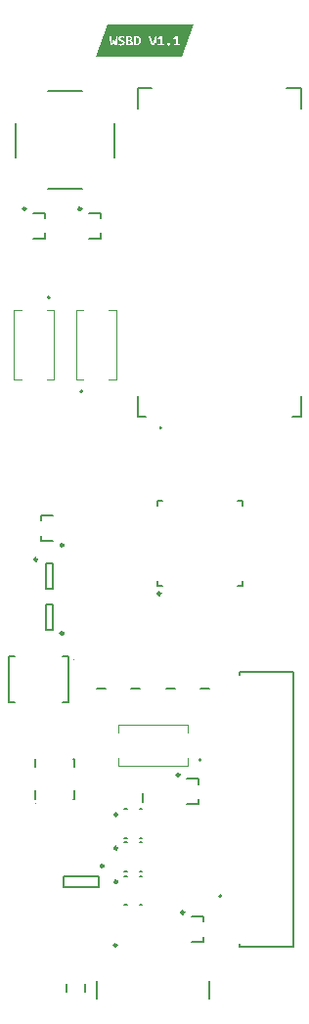
<source format=gbr>
%TF.GenerationSoftware,Altium Limited,Altium Designer,24.3.1 (35)*%
G04 Layer_Color=65535*
%FSLAX45Y45*%
%MOMM*%
%TF.SameCoordinates,F890BB90-1D0F-4F84-9AE3-556F965AF49A*%
%TF.FilePolarity,Positive*%
%TF.FileFunction,Legend,Top*%
%TF.Part,Single*%
G01*
G75*
%TA.AperFunction,NonConductor*%
%ADD61C,0.25000*%
%ADD62C,0.10000*%
%ADD63C,0.20000*%
%ADD64C,0.25400*%
%ADD65C,0.12700*%
G36*
X7390000Y14460001D02*
X6650000D01*
X6750000Y14739999D01*
X7490000D01*
X7390000Y14460001D01*
D02*
G37*
%LPC*%
G36*
X7235863Y14640033D02*
D01*
Y14573648D01*
X7218563D01*
Y14640033D01*
X7235863D01*
X7181145D01*
D01*
X7206191D01*
X7181145Y14626855D01*
D01*
X7185973Y14614786D01*
X7203475Y14624442D01*
Y14573648D01*
X7183358D01*
Y14560571D01*
X7235863D01*
Y14640033D01*
D02*
G37*
G36*
X7371853D02*
X7317135D01*
X7342180D01*
X7317135Y14626855D01*
D01*
X7321963Y14614786D01*
X7339465Y14624442D01*
Y14573648D01*
X7319348D01*
Y14560571D01*
X7371853D01*
Y14640033D01*
D02*
G37*
G36*
X7174105Y14639529D02*
Y14560571D01*
X7149864D01*
X7174105Y14639529D01*
X7106210D01*
X7130250Y14560571D01*
X7174105D01*
Y14639529D01*
D02*
G37*
G36*
X7035097D02*
X6975451D01*
Y14560571D01*
X6995467D01*
X6999290Y14560672D01*
X7002709Y14560974D01*
X7004218Y14561276D01*
X7005727Y14561478D01*
X7007135Y14561678D01*
X7008342Y14561980D01*
X7009449Y14562282D01*
X7010454Y14562483D01*
X7011360Y14562784D01*
X7012064Y14562987D01*
X7012667Y14563086D01*
X7013070Y14563287D01*
X7013271Y14563388D01*
X7013371D01*
X7016087Y14564595D01*
X7018501Y14565903D01*
X7020613Y14567210D01*
X7022323Y14568518D01*
X7023731Y14569725D01*
X7024838Y14570630D01*
X7025140Y14571033D01*
X7025441Y14571333D01*
X7025542Y14571436D01*
X7025643Y14571535D01*
X7027352Y14573648D01*
X7028761Y14575760D01*
X7030068Y14577972D01*
X7031074Y14579884D01*
X7031778Y14581694D01*
X7032080Y14582397D01*
X7032382Y14583102D01*
X7032583Y14583604D01*
X7032683Y14584007D01*
X7032784Y14584209D01*
Y14584309D01*
X7033589Y14587225D01*
X7034092Y14590143D01*
X7034494Y14592960D01*
X7034796Y14595474D01*
X7034896Y14596681D01*
X7034997Y14597687D01*
Y14598692D01*
X7035097Y14599498D01*
Y14560571D01*
D01*
Y14601006D01*
X7034997Y14604626D01*
X7034695Y14607947D01*
X7034595Y14609454D01*
X7034393Y14610864D01*
X7034192Y14612273D01*
X7033991Y14613480D01*
X7033689Y14614485D01*
X7033488Y14615491D01*
X7033287Y14616295D01*
X7033186Y14616998D01*
X7032985Y14617603D01*
X7032885Y14618005D01*
X7032784Y14618205D01*
Y14618307D01*
X7031879Y14620921D01*
X7030772Y14623235D01*
X7029565Y14625247D01*
X7028459Y14626958D01*
X7027453Y14628365D01*
X7026648Y14629372D01*
X7026347Y14629672D01*
X7026145Y14629974D01*
X7026045Y14630075D01*
X7025944Y14630176D01*
X7024134Y14631886D01*
X7022223Y14633295D01*
X7020412Y14634502D01*
X7018602Y14635507D01*
X7016992Y14636211D01*
X7016288Y14636513D01*
X7015685Y14636813D01*
X7015282Y14637015D01*
X7014880Y14637115D01*
X7014679Y14637218D01*
X7014578D01*
X7011963Y14638020D01*
X7009247Y14638524D01*
X7006632Y14638927D01*
X7004118Y14639227D01*
X7003011Y14639330D01*
X7002005Y14639429D01*
X7001100D01*
X7000295Y14639529D01*
X7035097D01*
D01*
D02*
G37*
G36*
X6965493D02*
X6909971D01*
Y14560571D01*
X6934011D01*
X6936827Y14560672D01*
X6939442Y14560873D01*
X6941856Y14561176D01*
X6944069Y14561478D01*
X6946181Y14561980D01*
X6948092Y14562483D01*
X6949903Y14562987D01*
X6951412Y14563589D01*
X6952820Y14564194D01*
X6954027Y14564696D01*
X6955033Y14565198D01*
X6955837Y14565701D01*
X6956541Y14566003D01*
X6956944Y14566306D01*
X6957245Y14566505D01*
X6957346Y14566608D01*
X6958754Y14567815D01*
X6960062Y14569121D01*
X6961168Y14570529D01*
X6962073Y14571938D01*
X6962878Y14573447D01*
X6963482Y14574956D01*
X6964085Y14576463D01*
X6964487Y14577972D01*
X6964789Y14579280D01*
X6965091Y14580588D01*
X6965292Y14581694D01*
X6965393Y14582700D01*
Y14583604D01*
X6965493Y14584209D01*
Y14560571D01*
D01*
Y14586121D01*
X6965292Y14587428D01*
X6965091Y14588535D01*
X6964890Y14589540D01*
X6964689Y14590445D01*
X6964487Y14591049D01*
X6964387Y14591451D01*
X6964286Y14591551D01*
X6963783Y14592657D01*
X6963280Y14593665D01*
X6962778Y14594569D01*
X6962275Y14595374D01*
X6961772Y14595976D01*
X6961369Y14596480D01*
X6961168Y14596782D01*
X6961068Y14596883D01*
X6959458Y14598492D01*
X6958654Y14599095D01*
X6957950Y14599599D01*
X6957346Y14600002D01*
X6956843Y14600302D01*
X6956441Y14600504D01*
X6956340Y14600604D01*
X6955334Y14601106D01*
X6954328Y14601509D01*
X6953423Y14601912D01*
X6952518Y14602113D01*
X6951814Y14602315D01*
X6951210Y14602415D01*
X6950808Y14602515D01*
X6950707D01*
X6951814Y14602917D01*
X6952820Y14603419D01*
X6953624Y14603923D01*
X6954429Y14604427D01*
X6955033Y14604829D01*
X6955435Y14605130D01*
X6955737Y14605331D01*
X6955837Y14605432D01*
X6957346Y14606841D01*
X6957950Y14607544D01*
X6958452Y14608148D01*
X6958855Y14608751D01*
X6959257Y14609154D01*
X6959358Y14609454D01*
X6959458Y14609557D01*
X6960464Y14611366D01*
X6960866Y14612273D01*
X6961168Y14613075D01*
X6961369Y14613680D01*
X6961571Y14614183D01*
X6961671Y14614584D01*
Y14614687D01*
X6962073Y14616798D01*
X6962174Y14617804D01*
X6962275Y14618709D01*
X6962375Y14619414D01*
Y14620016D01*
Y14620419D01*
Y14620520D01*
X6962275Y14622231D01*
X6962073Y14623839D01*
X6961772Y14625348D01*
X6961369Y14626756D01*
X6960766Y14628062D01*
X6960263Y14629269D01*
X6959659Y14630276D01*
X6959056Y14631282D01*
X6958352Y14632088D01*
X6957748Y14632791D01*
X6957245Y14633394D01*
X6956743Y14633897D01*
X6956240Y14634300D01*
X6955938Y14634601D01*
X6955737Y14634702D01*
X6955636Y14634802D01*
X6954328Y14635606D01*
X6952820Y14636412D01*
X6949601Y14637518D01*
X6946282Y14638425D01*
X6942962Y14638927D01*
X6941454Y14639128D01*
X6940046Y14639330D01*
X6938738Y14639429D01*
X6937632D01*
X6936726Y14639529D01*
X6965493D01*
D01*
D02*
G37*
G36*
X6832320D02*
X6768148D01*
X6772573Y14560571D01*
X6789270D01*
X6797015Y14584712D01*
X6799731Y14594872D01*
X6802547Y14584914D01*
X6810393Y14560571D01*
X6827894D01*
X6832320Y14639529D01*
Y14560571D01*
D01*
Y14639529D01*
D02*
G37*
G36*
X7287764Y14582800D02*
X7264228D01*
D01*
X7275795D01*
X7274085Y14582599D01*
X7273280Y14582500D01*
X7272677Y14582298D01*
X7272073Y14582097D01*
X7271671Y14581996D01*
X7271369Y14581795D01*
X7271269D01*
X7269760Y14580991D01*
X7268653Y14580185D01*
X7268151Y14579884D01*
X7267849Y14579582D01*
X7267648Y14579381D01*
X7267547Y14579280D01*
X7266541Y14577972D01*
X7265737Y14576765D01*
X7265535Y14576263D01*
X7265334Y14575861D01*
X7265133Y14575558D01*
Y14575458D01*
X7264630Y14573849D01*
X7264328Y14572340D01*
Y14571736D01*
X7264228Y14571233D01*
Y14570831D01*
X7264328Y14569121D01*
X7264530Y14568317D01*
X7264731Y14567712D01*
X7264831Y14567110D01*
X7265032Y14566707D01*
X7265133Y14566405D01*
Y14566306D01*
X7265938Y14564796D01*
X7266642Y14563690D01*
X7267044Y14563187D01*
X7267346Y14562885D01*
X7267446Y14562685D01*
X7267547Y14562582D01*
X7268855Y14561478D01*
X7270062Y14560773D01*
X7270565Y14560471D01*
X7270967Y14560271D01*
X7271168Y14560069D01*
X7271269D01*
X7272878Y14559566D01*
X7274286Y14559264D01*
X7274890D01*
X7275393Y14559163D01*
X7275795D01*
X7277605Y14559264D01*
X7278410Y14559465D01*
X7279114Y14559666D01*
X7279718Y14559767D01*
X7280120Y14559969D01*
X7280422Y14560069D01*
X7280522D01*
X7282031Y14560873D01*
X7282635Y14561276D01*
X7283238Y14561678D01*
X7283640Y14561980D01*
X7283942Y14562282D01*
X7284143Y14562483D01*
X7284244Y14562582D01*
X7285350Y14563892D01*
X7286155Y14565099D01*
X7286356Y14565601D01*
X7286557Y14566003D01*
X7286759Y14566203D01*
Y14566306D01*
X7287362Y14567914D01*
X7287664Y14569322D01*
X7287764Y14569926D01*
Y14559163D01*
D01*
Y14570831D01*
X7287563Y14572643D01*
X7287463Y14573447D01*
X7287262Y14574049D01*
X7287060Y14574654D01*
X7286960Y14575056D01*
X7286759Y14575357D01*
Y14575458D01*
X7285954Y14576967D01*
X7285552Y14577670D01*
X7285149Y14578174D01*
X7284848Y14578677D01*
X7284546Y14578978D01*
X7284345Y14579179D01*
X7284244Y14579280D01*
X7283037Y14580386D01*
X7281830Y14581190D01*
X7281327Y14581392D01*
X7280925Y14581593D01*
X7280623Y14581795D01*
X7280522D01*
X7278812Y14582397D01*
X7278008Y14582599D01*
X7277304Y14582700D01*
X7276700Y14582800D01*
X7287764D01*
D01*
D02*
G37*
G36*
X6895889Y14640839D02*
X6840166D01*
X6870944D01*
X6868027Y14640736D01*
X6865412Y14640536D01*
X6863099Y14640234D01*
X6861087Y14639932D01*
X6860182Y14639731D01*
X6859377Y14639529D01*
X6858774Y14639330D01*
X6858170Y14639227D01*
X6857768Y14639128D01*
X6857466Y14639027D01*
X6857265Y14638927D01*
X6857164D01*
X6855153Y14638222D01*
X6853342Y14637418D01*
X6851733Y14636613D01*
X6850425Y14635808D01*
X6849319Y14635104D01*
X6848615Y14634502D01*
X6848112Y14634097D01*
X6847911Y14633998D01*
X6846603Y14632791D01*
X6845597Y14631584D01*
X6844591Y14630276D01*
X6843887Y14629170D01*
X6843284Y14628165D01*
X6842881Y14627359D01*
X6842680Y14626855D01*
X6842580Y14626656D01*
X6842077Y14625146D01*
X6841674Y14623537D01*
X6841373Y14622028D01*
X6841171Y14620721D01*
X6841071Y14619614D01*
X6840970Y14618709D01*
Y14618106D01*
Y14618005D01*
Y14617905D01*
X6841071Y14616093D01*
X6841272Y14614384D01*
X6841473Y14612875D01*
X6841775Y14611568D01*
X6842077Y14610562D01*
X6842378Y14609756D01*
X6842479Y14609355D01*
X6842580Y14609154D01*
X6843284Y14607846D01*
X6843988Y14606740D01*
X6844692Y14605634D01*
X6845396Y14604729D01*
X6846100Y14604024D01*
X6846603Y14603522D01*
X6846905Y14603119D01*
X6847005Y14603018D01*
X6849118Y14601208D01*
X6850123Y14600504D01*
X6851129Y14599799D01*
X6851934Y14599297D01*
X6852537Y14598894D01*
X6853040Y14598692D01*
X6853141Y14598592D01*
X6855756Y14597385D01*
X6856963Y14596883D01*
X6857969Y14596379D01*
X6858874Y14595976D01*
X6859578Y14595676D01*
X6859981Y14595575D01*
X6860182Y14595474D01*
X6862797Y14594569D01*
X6864004Y14594066D01*
X6865110Y14593764D01*
X6865915Y14593463D01*
X6866619Y14593161D01*
X6867122Y14593060D01*
X6867223Y14592960D01*
X6868530Y14592458D01*
X6869637Y14592055D01*
X6870743Y14591551D01*
X6871648Y14591148D01*
X6872453Y14590747D01*
X6872956Y14590546D01*
X6873358Y14590344D01*
X6873459Y14590244D01*
X6874465Y14589639D01*
X6875269Y14589037D01*
X6876074Y14588432D01*
X6876678Y14587930D01*
X6877181Y14587428D01*
X6877583Y14587025D01*
X6877784Y14586824D01*
X6877885Y14586723D01*
X6878488Y14586018D01*
X6878890Y14585216D01*
X6879192Y14584309D01*
X6879393Y14583604D01*
X6879494Y14582901D01*
X6879595Y14582397D01*
Y14581996D01*
Y14581895D01*
X6879494Y14580386D01*
X6879192Y14579179D01*
X6878991Y14578677D01*
X6878790Y14578275D01*
X6878689Y14578073D01*
Y14577972D01*
X6878388Y14577370D01*
X6877885Y14576765D01*
X6877080Y14575861D01*
X6876577Y14575458D01*
X6876275Y14575156D01*
X6876074Y14575056D01*
X6875974Y14574956D01*
X6875169Y14574553D01*
X6874364Y14574150D01*
X6872755Y14573547D01*
X6872151Y14573346D01*
X6871548Y14573145D01*
X6871146Y14573044D01*
X6871045D01*
X6869939Y14572842D01*
X6868731Y14572643D01*
X6867524Y14572540D01*
X6866418Y14572441D01*
X6865412Y14572340D01*
X6863903D01*
X6861791Y14572441D01*
X6860785D01*
X6859981Y14572540D01*
X6859176D01*
X6858573Y14572643D01*
X6858070D01*
X6855857Y14572943D01*
X6854851Y14573145D01*
X6853845Y14573346D01*
X6853040Y14573447D01*
X6852437Y14573547D01*
X6852035Y14573648D01*
X6851934D01*
X6849721Y14574150D01*
X6848715Y14574352D01*
X6847810Y14574553D01*
X6847005Y14574754D01*
X6846402Y14574956D01*
X6846000Y14575056D01*
X6845899D01*
X6843686Y14575760D01*
X6842781Y14576062D01*
X6841876Y14576363D01*
X6841171Y14576564D01*
X6840669Y14576765D01*
X6840266Y14576967D01*
X6840166D01*
Y14562282D01*
X6842278Y14561678D01*
X6844290Y14561176D01*
X6846201Y14560773D01*
X6848011Y14560471D01*
X6849419Y14560168D01*
X6850526Y14559969D01*
X6850928D01*
X6851230Y14559868D01*
X6851532D01*
X6853744Y14559666D01*
X6855857Y14559465D01*
X6857868Y14559364D01*
X6859780Y14559264D01*
X6861288Y14559163D01*
X6863602D01*
X6866217Y14559264D01*
X6868631Y14559364D01*
X6870844Y14559666D01*
X6872755Y14559969D01*
X6874364Y14560168D01*
X6874968Y14560370D01*
X6875571Y14560471D01*
X6875974Y14560571D01*
X6876275D01*
X6876476Y14560672D01*
X6876577D01*
X6878689Y14561276D01*
X6880701Y14561980D01*
X6882411Y14562784D01*
X6883920Y14563489D01*
X6885127Y14564194D01*
X6886032Y14564696D01*
X6886535Y14565099D01*
X6886736Y14565198D01*
X6888245Y14566405D01*
X6889653Y14567712D01*
X6890759Y14569022D01*
X6891765Y14570328D01*
X6892469Y14571436D01*
X6893073Y14572240D01*
X6893375Y14572842D01*
X6893475Y14572943D01*
Y14573044D01*
X6894280Y14574956D01*
X6894883Y14576866D01*
X6895286Y14578777D01*
X6895587Y14580588D01*
X6895789Y14582097D01*
Y14582700D01*
X6895889Y14583304D01*
Y14559163D01*
D01*
Y14640839D01*
D02*
G37*
G36*
X6760000Y14730000D02*
X6760000D01*
Y14470000D01*
X7380000D01*
Y14470001D01*
X6760000D01*
Y14730000D01*
D02*
G37*
%LPD*%
G36*
X7371853Y14573648D02*
X7354552D01*
Y14640033D01*
X7371853D01*
Y14573648D01*
D02*
G37*
G36*
X7145036Y14592859D02*
X7140610Y14576363D01*
X7136285Y14591954D01*
X7123008Y14639529D01*
X7158313D01*
X7145036Y14592859D01*
D02*
G37*
G36*
X6999994Y14626958D02*
X7002005Y14626756D01*
X7003715Y14626454D01*
X7005224Y14626152D01*
X7006431Y14625851D01*
X7007336Y14625549D01*
X7007839Y14625348D01*
X7008040Y14625247D01*
X7009549Y14624544D01*
X7010756Y14623637D01*
X7011963Y14622733D01*
X7012868Y14621928D01*
X7013572Y14621123D01*
X7014176Y14620520D01*
X7014478Y14620117D01*
X7014578Y14619916D01*
X7015383Y14618610D01*
X7016087Y14617200D01*
X7016691Y14615791D01*
X7017193Y14614384D01*
X7017596Y14613278D01*
X7017797Y14612273D01*
X7017998Y14611668D01*
Y14611568D01*
Y14611467D01*
X7018400Y14609557D01*
X7018602Y14607544D01*
X7018803Y14605634D01*
X7019004Y14603822D01*
Y14602315D01*
X7019105Y14601610D01*
Y14601106D01*
Y14600604D01*
Y14600302D01*
Y14600101D01*
Y14600002D01*
X7019004Y14597485D01*
X7018903Y14595071D01*
X7018602Y14592960D01*
X7018199Y14590948D01*
X7017797Y14589037D01*
X7017294Y14587328D01*
X7016791Y14585818D01*
X7016288Y14584511D01*
X7015685Y14583304D01*
X7015182Y14582298D01*
X7014679Y14581392D01*
X7014277Y14580688D01*
X7013874Y14580185D01*
X7013572Y14579784D01*
X7013472Y14579582D01*
X7013371Y14579482D01*
X7012265Y14578375D01*
X7011058Y14577370D01*
X7009750Y14576463D01*
X7008443Y14575760D01*
X7007034Y14575156D01*
X7005626Y14574654D01*
X7003011Y14573849D01*
X7001704Y14573547D01*
X7000497Y14573346D01*
X6999491Y14573245D01*
X6998585Y14573145D01*
X6997781Y14573044D01*
X6990338D01*
Y14627058D01*
X6997781D01*
X6999994Y14626958D01*
D02*
G37*
G36*
X6936123Y14627661D02*
X6937129Y14627560D01*
X6938034Y14627460D01*
X6938738Y14627258D01*
X6939241Y14627158D01*
X6939543Y14627058D01*
X6939643D01*
X6940548Y14626756D01*
X6941353Y14626454D01*
X6942057Y14626152D01*
X6942661Y14625751D01*
X6943164Y14625549D01*
X6943465Y14625247D01*
X6943667Y14625146D01*
X6943767Y14625046D01*
X6944773Y14624040D01*
X6945578Y14623035D01*
X6945779Y14622531D01*
X6945980Y14622231D01*
X6946081Y14622028D01*
Y14621928D01*
X6946584Y14620520D01*
X6946785Y14619212D01*
X6946885Y14618709D01*
Y14618307D01*
Y14618005D01*
Y14617905D01*
X6946785Y14616295D01*
X6946684Y14615491D01*
X6946584Y14614886D01*
X6946382Y14614384D01*
X6946282Y14613982D01*
X6946181Y14613680D01*
Y14613579D01*
X6945477Y14612273D01*
X6944773Y14611066D01*
X6944371Y14610661D01*
X6944169Y14610361D01*
X6943968Y14610159D01*
X6943868Y14610059D01*
X6942560Y14609053D01*
X6941253Y14608247D01*
X6940649Y14608047D01*
X6940146Y14607846D01*
X6939844Y14607645D01*
X6939744D01*
X6937732Y14607143D01*
X6936726Y14607040D01*
X6935821Y14606941D01*
X6934916Y14606841D01*
X6924757D01*
Y14627762D01*
X6935016D01*
X6936123Y14627661D01*
D02*
G37*
G36*
X6936626Y14595374D02*
X6939040Y14595071D01*
X6941051Y14594569D01*
X6942661Y14594066D01*
X6943968Y14593463D01*
X6944874Y14593060D01*
X6945377Y14592657D01*
X6945578Y14592557D01*
X6946885Y14591350D01*
X6947891Y14590044D01*
X6948595Y14588734D01*
X6948998Y14587428D01*
X6949299Y14586320D01*
X6949400Y14585315D01*
X6949500Y14584712D01*
Y14584612D01*
Y14584511D01*
X6949299Y14582700D01*
X6949199Y14581895D01*
X6948998Y14581190D01*
X6948796Y14580588D01*
X6948696Y14580185D01*
X6948495Y14579884D01*
Y14579784D01*
X6947690Y14578275D01*
X6946785Y14577168D01*
X6946382Y14576665D01*
X6946081Y14576363D01*
X6945879Y14576163D01*
X6945779Y14576062D01*
X6944270Y14574956D01*
X6942862Y14574251D01*
X6942258Y14573949D01*
X6941755Y14573747D01*
X6941353Y14573547D01*
X6941253D01*
X6939140Y14573044D01*
X6938134Y14572943D01*
X6937129Y14572842D01*
X6936324Y14572742D01*
X6924757D01*
Y14595474D01*
X6933910D01*
X6936626Y14595374D01*
D02*
G37*
G36*
X6817735Y14587428D02*
X6817434Y14575156D01*
X6814517Y14585617D01*
X6805263Y14615491D01*
X6795909D01*
X6787158Y14587328D01*
X6783537Y14575056D01*
X6783135Y14588837D01*
X6781223Y14639529D01*
X6819647D01*
X6817735Y14587428D01*
D02*
G37*
G36*
X6895889Y14584410D02*
X6895789Y14586121D01*
X6895587Y14587729D01*
X6895386Y14589137D01*
X6895085Y14590445D01*
X6894682Y14591350D01*
X6894481Y14592155D01*
X6894280Y14592557D01*
X6894179Y14592758D01*
X6893475Y14594066D01*
X6892771Y14595172D01*
X6892067Y14596278D01*
X6891363Y14597185D01*
X6890659Y14597888D01*
X6890256Y14598392D01*
X6889854Y14598795D01*
X6889754Y14598894D01*
X6887641Y14600705D01*
X6886635Y14601408D01*
X6885630Y14602113D01*
X6884825Y14602615D01*
X6884121Y14603018D01*
X6883719Y14603220D01*
X6883517Y14603320D01*
X6881003Y14604626D01*
X6879796Y14605130D01*
X6878689Y14605634D01*
X6877784Y14606036D01*
X6876979Y14606337D01*
X6876577Y14606438D01*
X6876376Y14606538D01*
X6873761Y14607544D01*
X6872554Y14607947D01*
X6871447Y14608350D01*
X6870542Y14608652D01*
X6869838Y14608952D01*
X6869436Y14609053D01*
X6869234Y14609154D01*
X6868027Y14609657D01*
X6866820Y14610059D01*
X6865815Y14610562D01*
X6864909Y14610963D01*
X6864105Y14611266D01*
X6863602Y14611568D01*
X6863199Y14611668D01*
X6863099Y14611769D01*
X6862093Y14612372D01*
X6861288Y14612875D01*
X6860484Y14613480D01*
X6859880Y14613982D01*
X6859377Y14614384D01*
X6858975Y14614687D01*
X6858774Y14614886D01*
X6858673Y14614989D01*
X6858170Y14615692D01*
X6857768Y14616396D01*
X6857466Y14617200D01*
X6857265Y14617804D01*
X6857164Y14618407D01*
X6857064Y14618910D01*
Y14619212D01*
Y14619313D01*
X6857164Y14620721D01*
X6857466Y14621828D01*
X6857567Y14622231D01*
X6857667Y14622531D01*
X6857768Y14622733D01*
Y14622833D01*
X6858472Y14624040D01*
X6859377Y14624844D01*
X6859981Y14625449D01*
X6860182Y14625648D01*
X6860282D01*
X6861791Y14626353D01*
X6863199Y14626958D01*
X6863903Y14627158D01*
X6864406Y14627258D01*
X6864708Y14627359D01*
X6864809D01*
X6865915Y14627560D01*
X6867022Y14627762D01*
X6868128Y14627863D01*
X6869134Y14627963D01*
X6870039Y14628062D01*
X6873157D01*
X6873861Y14627963D01*
X6874565D01*
X6875169Y14627863D01*
X6875672D01*
X6875974Y14627762D01*
X6876074D01*
X6877885Y14627560D01*
X6878790Y14627460D01*
X6879494Y14627359D01*
X6880097Y14627258D01*
X6880600Y14627158D01*
X6880902Y14627058D01*
X6881003D01*
X6882813Y14626756D01*
X6883618Y14626555D01*
X6884322Y14626454D01*
X6884926Y14626253D01*
X6885328Y14626152D01*
X6885630Y14626051D01*
X6885730D01*
X6887340Y14625549D01*
X6888144Y14625348D01*
X6888748Y14625146D01*
X6889251Y14625046D01*
X6889754Y14624844D01*
X6889955Y14624744D01*
X6890055D01*
Y14638322D01*
X6888547Y14638625D01*
X6887138Y14638927D01*
X6886535Y14639027D01*
X6886133Y14639128D01*
X6885831Y14639227D01*
X6885730D01*
X6884020Y14639529D01*
X6883216Y14639731D01*
X6882411Y14639832D01*
X6881807Y14639932D01*
X6881304D01*
X6881003Y14640033D01*
X6880902D01*
X6879092Y14640234D01*
X6878186Y14640335D01*
X6877382Y14640434D01*
X6876778D01*
X6876175Y14640536D01*
X6875772D01*
X6873962Y14640736D01*
X6873157D01*
X6872453Y14640839D01*
X6895889D01*
Y14584410D01*
D02*
G37*
D61*
X6832500Y7901000D02*
G03*
X6832500Y7901000I-12500J0D01*
G01*
Y7321000D02*
G03*
X6832500Y7321000I-12500J0D01*
G01*
X6365000Y9470000D02*
G03*
X6365000Y9470000I-12500J0D01*
G01*
X6140000Y10110000D02*
G03*
X6140000Y10110000I-12500J0D01*
G01*
X7410000Y7055000D02*
G03*
X7410000Y7055000I-12500J0D01*
G01*
X6365000Y10235000D02*
G03*
X6365000Y10235000I-12500J0D01*
G01*
X6712500Y7457500D02*
G03*
X6712500Y7457500I-12500J0D01*
G01*
X6828000Y6770000D02*
G03*
X6828000Y6770000I-12500J0D01*
G01*
X7370000Y8245000D02*
G03*
X7370000Y8245000I-12500J0D01*
G01*
X6520000Y13145000D02*
G03*
X6520000Y13145000I-12500J0D01*
G01*
X6040000D02*
G03*
X6040000Y13145000I-12500J0D01*
G01*
X7207500Y9815000D02*
G03*
X7207500Y9815000I-12500J0D01*
G01*
X6832500Y7611000D02*
G03*
X6832500Y7611000I-12500J0D01*
G01*
D62*
X6122500Y7997500D02*
G03*
X6122500Y7997500I-5000J0D01*
G01*
X6455000Y9240000D02*
G03*
X6455000Y9240000I-5000J0D01*
G01*
X6840000Y8325000D02*
Y8390000D01*
Y8325000D02*
X7440000D01*
Y8390000D01*
X6840000Y8610000D02*
Y8675000D01*
X7440000D01*
Y8610000D02*
Y8675000D01*
X6475000Y12270000D02*
X6540000D01*
X6475000Y11670000D02*
Y12270000D01*
Y11670000D02*
X6540000D01*
X6760000Y12270000D02*
X6825000D01*
Y11670000D02*
Y12270000D01*
X6760000Y11670000D02*
X6825000D01*
X6220000D02*
X6285000D01*
Y12270000D01*
X6220000D02*
X6285000D01*
X5935000Y11670000D02*
X6000000D01*
X5935000D02*
Y12270000D01*
X6000000D01*
D63*
X7536400Y8373000D02*
G03*
X7556400Y8373000I10000J0D01*
G01*
D02*
G03*
X7536400Y8373000I-10000J0D01*
G01*
X7735000Y7195000D02*
G03*
X7735000Y7195000I-10000J0D01*
G01*
X6523000Y11573600D02*
G03*
X6523000Y11553600I0J-10000D01*
G01*
D02*
G03*
X6523000Y11573600I0J10000D01*
G01*
X6237000Y12366400D02*
G03*
X6237000Y12386400I0J10000D01*
G01*
D02*
G03*
X6237000Y12366400I0J-10000D01*
G01*
X6892500Y7411000D02*
X6915000D01*
X6892500Y7661000D02*
X6915000D01*
X7025000Y7411000D02*
X7047500D01*
X7025000Y7661000D02*
X7047500D01*
X6892500Y7701000D02*
X6915000D01*
X6892500Y7951000D02*
X6915000D01*
X7025000Y7701000D02*
X7047500D01*
X7025000Y7951000D02*
X7047500D01*
X6892500Y7121000D02*
X6915000D01*
X6892500Y7371000D02*
X6915000D01*
X7025000Y7121000D02*
X7047500D01*
X7025000Y7371000D02*
X7047500D01*
X6117500Y8037500D02*
X6125000D01*
X6455000D02*
X6462500D01*
X6117500Y8382500D02*
X6125000D01*
X6455000D02*
X6462500D01*
X6117500Y8037500D02*
Y8108000D01*
Y8312000D02*
Y8382500D01*
X6462500Y8037500D02*
Y8108000D01*
Y8312000D02*
Y8382500D01*
X6210000Y9500000D02*
Y9720000D01*
X6270000Y9500000D02*
Y9720000D01*
X6210000D02*
X6270000D01*
X6210000Y9500000D02*
X6270000D01*
X6270000Y9860000D02*
Y10080000D01*
X6210000Y9860000D02*
Y10080000D01*
Y9860000D02*
X6270000D01*
X6210000Y10080000D02*
X6270000D01*
X7477500Y7020000D02*
X7577500D01*
Y6975000D02*
Y7020000D01*
X7477500Y6800000D02*
X7577500D01*
Y6845000D01*
X6172500Y10270000D02*
X6272500D01*
X6172500D02*
Y10315000D01*
Y10490000D02*
X6272500D01*
X6172500Y10445000D02*
Y10490000D01*
X6675000Y7270000D02*
Y7370000D01*
X6365000Y7270000D02*
Y7370000D01*
X6675000D01*
X6365000Y7270000D02*
X6675000D01*
X6550000Y6365000D02*
Y6435000D01*
X6390000Y6365000D02*
Y6435000D01*
X7051100Y8011900D02*
Y8088100D01*
X6655500Y6309500D02*
Y6457500D01*
X7628500Y6309500D02*
Y6457500D01*
X6651900Y8988900D02*
X6728100D01*
X7551900D02*
X7628100D01*
X6951900D02*
X7028100D01*
X7437500Y8210000D02*
X7537500D01*
Y8165000D02*
Y8210000D01*
X7437500Y7990000D02*
X7537500D01*
Y8035000D01*
X7251900Y8988900D02*
X7328100D01*
X6587500Y13110001D02*
X6687500D01*
Y13064999D02*
Y13110001D01*
X6587500Y12889999D02*
X6687500D01*
Y12935001D01*
X6107500Y13110001D02*
X6207500D01*
Y13064999D02*
Y13110001D01*
X6107500Y12889999D02*
X6207500D01*
Y12935001D01*
X6410000Y8870000D02*
Y9270000D01*
X6360000Y8870000D02*
X6410000D01*
X6360000Y9270000D02*
X6410000D01*
X5890000Y8870000D02*
Y9270000D01*
X5940000D01*
X5890000Y8870000D02*
X5940000D01*
X7180000Y9880000D02*
X7222500D01*
X7180000D02*
Y9922500D01*
Y10577500D02*
Y10620000D01*
X7222500D01*
X7877500D02*
X7920000D01*
Y10577500D02*
Y10620000D01*
X7877500Y9880000D02*
X7920000D01*
Y9922500D01*
X8297000Y14189999D02*
X8422000D01*
X7006000Y14014999D02*
Y14189999D01*
X7131000D01*
X8422000Y11350000D02*
Y11525000D01*
X8347000Y11350000D02*
X8422000D01*
X7006000D02*
Y11525000D01*
Y11350000D02*
X7081000D01*
X8422000Y14014999D02*
Y14189999D01*
D64*
X7207000Y11250000D02*
G03*
X7207000Y11250000I-1000J0D01*
G01*
D65*
X6230000Y13314999D02*
X6530000D01*
X5955000Y13589999D02*
Y13889999D01*
X6230000Y14164999D02*
X6530000D01*
X6805000Y13589999D02*
Y13889999D01*
X7890000Y9135000D02*
X8360000D01*
Y6755000D02*
Y9135000D01*
X7890000Y6755000D02*
X8360000D01*
X7890000Y9107000D02*
Y9135000D01*
Y6755000D02*
Y6783000D01*
%TF.MD5,438434f221495c1170b6a220fbc1d9fd*%
M02*

</source>
